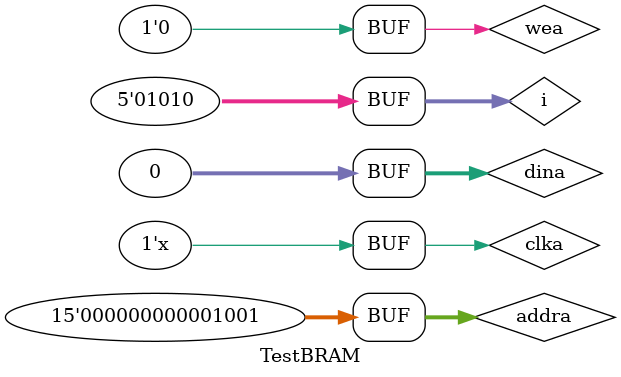
<source format=v>
`timescale 1ns / 1ps


module TestBRAM;

	// Inputs
	reg clka;
	reg [0:0] wea;
	reg [14:0] addra;
	reg [31:0] dina;

	// Outputs
	wire [31:0] douta;
	
	
	reg [4:0]i;
	
	// Instantiate the Unit Under Test (UUT)
	BRAM uut (
		.clka(clka), 
		.wea(wea), 
		.addra(addra), 
		.dina(dina), 
		.douta(douta)
	);

	always #5 clka=!clka;
	
	initial begin
		// Initialize Inputs
		clka = 0;
		wea = 0;
		addra = 0;
		dina = 0;

		// Wait 100 ns for global reset to finish
		#100;
        
		// Add stimulus here
		for(i=0;i!=5'd10;i=i+1)  begin
			addra<=i;
			dina<=i;
			#10
			wea<=1'b1;
			#10
			wea<=1'b0;
			#10;
		end
		dina<=0;
		#30
		for(i=0;i!=5'd10;i=i+1) begin
			addra<=i;
			#10
			if(douta!=i)
				$display("It didn't work for %d\n",i);
			else
				$display("It worked for %d\n",i);
		end
		#100;
	end
      
endmodule


</source>
